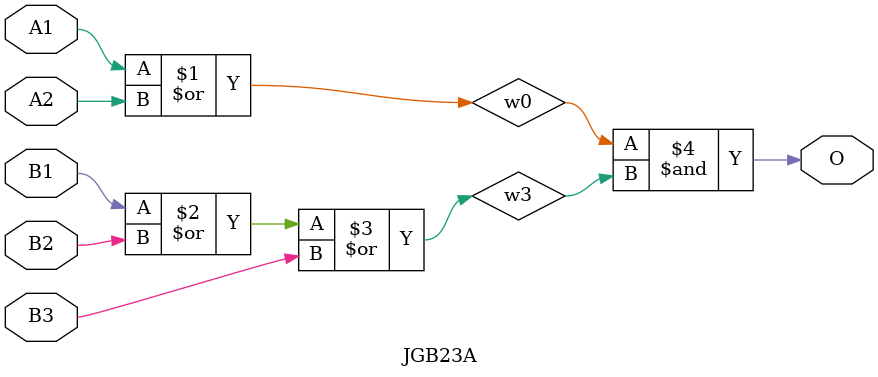
<source format=v>
module JGB23A(A1, A2, B1, B2, B3, O);
input   A1;
input   A2;
input   B1;
input   B2;
input   B3;
output  O;
or g0(w0, A1, A2);
or g1(w3, B1, B2, B3);
and g2(O, w0, w3);
endmodule
</source>
